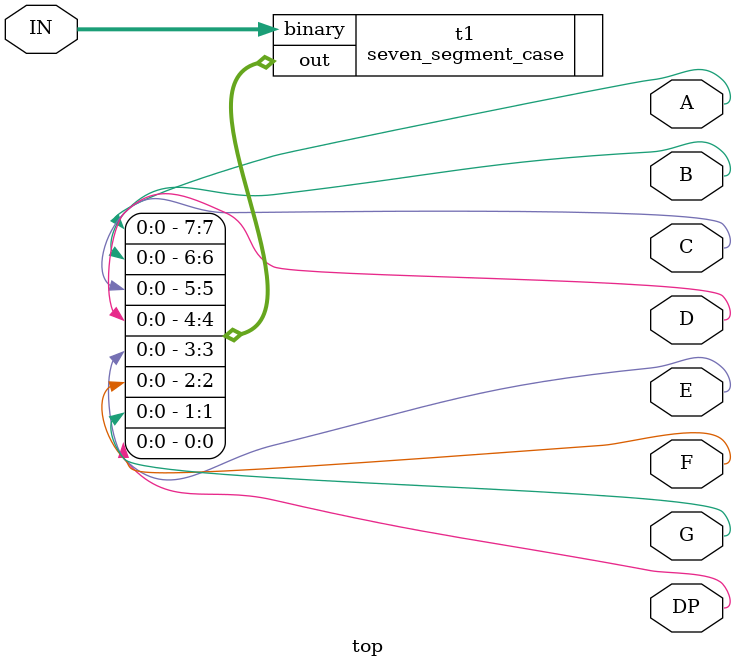
<source format=v>
`default_nettype none


module top(input wire[3:0] IN,
            output wire A,
            output wire B,
            output wire C,
            output wire D,
            output wire E,
            output wire F,
            output wire G,
            output wire DP);

seven_segment_case t1(
    .binary(IN),
    .out({A, B, C, D, E, F, G, DP})
);


endmodule

</source>
